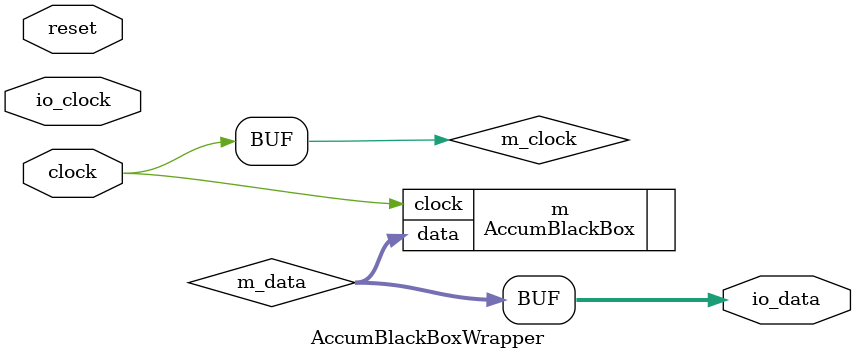
<source format=v>
module AccumBlackBoxWrapper(
  input         clock,
  input         reset,
  output [15:0] io_data,
  input         io_clock
);
  wire  m_clock; // @[AccumBlackBoxSpec.scala 93:17]
  wire [15:0] m_data; // @[AccumBlackBoxSpec.scala 93:17]
  AccumBlackBox m ( // @[AccumBlackBoxSpec.scala 93:17]
    .clock(m_clock),
    .data(m_data)
  );
  assign io_data = m_data; // @[AccumBlackBoxSpec.scala 94:11]
  assign m_clock = clock; // @[AccumBlackBoxSpec.scala 95:14]
  always @(posedge clock) begin
    `ifndef SYNTHESIS
    `ifdef PRINTF_COND
      if (`PRINTF_COND) begin
    `endif
        if (~reset) begin
          $fwrite(32'h80000002,"m.io.data %d io.data %d\n",m_data,io_data); // @[AccumBlackBoxSpec.scala 96:9]
        end
    `ifdef PRINTF_COND
      end
    `endif
    `endif // SYNTHESIS
  end
endmodule

</source>
